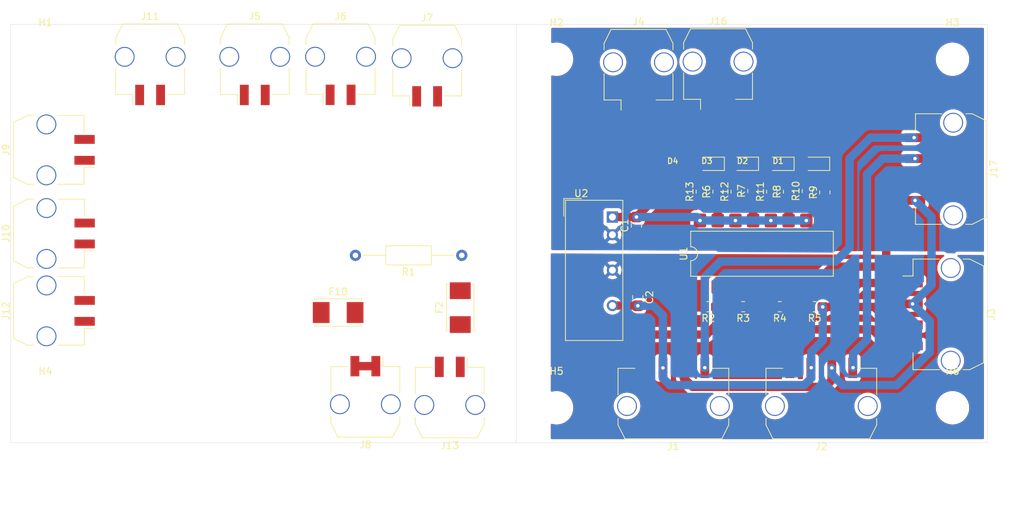
<source format=kicad_pcb>
(kicad_pcb (version 20241229) (generator "pcbnew") (generator_version "9.0")
  (layers (0 "F.Cu" signal) (2 "B.Cu" signal) (13 "F.Paste" user) (15 "B.Paste" user) (5 "F.SilkS" user "F.Silkscreen") (7 "B.SilkS" user "B.Silkscreen") (1 "F.Mask" user) (3 "B.Mask" user) (25 "Edge.Cuts" user))
  (net 0 "")
  (net 1 "+12V")
  (net 2 "GND")
  (net 3 "Net-(R5-Pad2)")
  (net 4 "Net-(R3-Pad2)")
  (net 5 "Net-(R2-Pad2)")
  (net 6 "/low_out")
  (net 7 "/pre_out")
  (net 8 "PRE-")
  (net 9 "Net-(R4-Pad2)")
  (net 10 "/high_out")
  (net 11 "GNDA")
  (net 12 "+12VA")
  (net 13 "/sdc_out")
  (net 14 "Net-(D1-A)")
  (net 15 "Net-(D2-A)")
  (net 16 "Net-(D3-A)")
  (net 17 "Net-(D4-A)")
  (net 18 "/precharge")
  (net 19 "Net-(F2-Pad2)")
  (net 20 "/fused_TS+")
  (net 21 "TS+")
  (net 22 "AIR_H-")
  (net 23 "/high_aux")
  (net 24 "SDC+")
  (net 25 "/low_aux")
  (net 26 "/pre_aux")
  (net 27 "TS-")
  (net 28 "AIR_L-")
  (footprint "RMC_Resistor:R_0805_2012Metric_Pad1.20x1.40mm_HandSolder_L" (layer "F.Cu") (at 180 110.5 180)
    (property "Reference" "R2" (at 0 -1.65 0) (layer "F.SilkS"))
    (property "Value" "1k")
    (pad "1" smd roundrect (at -1.1525 -0.0325 180) (size 1.505 1.335) (layers "F.Cu" "F.Mask" "F.Paste") (roundrect_rratio 0.208333) (net 23 "/high_aux"))
    (pad "2" smd roundrect (at 1.1525 -0.0325 180) (size 1.505 1.335) (layers "F.Cu" "F.Mask" "F.Paste") (roundrect_rratio 0.208333) (net 5 "Net-(R2-Pad2)"))
  )
  (footprint "Connector_Molex:Molex_Micro-Fit_3.0_43650-0210_1x02-1MP_P3.00mm_Horizontal_PnP" (layer "F.Cu") (at 142.95 124.25 180)
    (property "Reference" "J13" (at 0 -6.15 0) (layer "F.SilkS"))
    (property "Value" "AIR+")
    (pad "1" smd rect (at -1.5 5.12 180) (size 1.27 2.92) (layers "F.Cu" "F.Mask" "F.Paste") (net 18 "/precharge"))
    (pad "2" smd rect (at 1.5 5.12 180) (size 1.27 2.92) (layers "F.Cu" "F.Mask" "F.Paste") (net 18 "/precharge"))
    (pad "MP" thru_hole circle (at -3.65 -0.35 180) (size 2.84 2.84) (drill 2.54) (property pad_prop_heatsink) (layers "*.Cu" "*.Mask"))
    (pad "MP" thru_hole circle (at 3.65 -0.35 180) (size 2.84 2.84) (drill 2.54) (property pad_prop_heatsink) (layers "*.Cu" "*.Mask"))
  )
  (footprint "Fuse:Fuseholder_Littelfuse_Nano2_157x" (layer "F.Cu") (at 126.95 111.335)
    (property "Reference" "F10" (at 0 -3 0) (layer "F.SilkS"))
    (property "Value" "Fuse")
    (pad "1" smd rect (at -2.43 0) (size 2.4 3) (layers "F.Cu" "F.Mask" "F.Paste") (net 20 "/fused_TS+"))
    (pad "2" smd rect (at 2.43 0) (size 2.4 3) (layers "F.Cu" "F.Mask" "F.Paste") (net 21 "TS+"))
  )
  (footprint "Connector_Molex:Molex_Micro-Fit_3.0_43650-0210_1x02-1MP_P3.00mm_Horizontal_PnP" (layer "F.Cu") (at 115 75)
    (property "Reference" "J5" (at 0 -6.15 0) (layer "F.SilkS"))
    (property "Value" "IMD+")
    (pad "1" smd rect (at -1.5 5.12) (size 1.27 2.92) (layers "F.Cu" "F.Mask" "F.Paste") (net 20 "/fused_TS+"))
    (pad "2" smd rect (at 1.5 5.12) (size 1.27 2.92) (layers "F.Cu" "F.Mask" "F.Paste") (net 20 "/fused_TS+"))
    (pad "MP" thru_hole circle (at -3.65 -0.35) (size 2.84 2.84) (drill 2.54) (property pad_prop_heatsink) (layers "*.Cu" "*.Mask"))
    (pad "MP" thru_hole circle (at 3.65 -0.35) (size 2.84 2.84) (drill 2.54) (property pad_prop_heatsink) (layers "*.Cu" "*.Mask"))
  )
  (footprint "Connector_Molex:Molex_Micro-Fit_3.0_43650-0210_1x02-1MP_P3.00mm_Horizontal_PnP" (layer "F.Cu") (at 170 75.785)
    (property "Reference" "J4" (at 0 -6.15 0) (layer "F.SilkS"))
    (property "Value" "Conn_01x02")
    (pad "1" smd rect (at -1.5 5.12) (size 1.27 2.92) (layers "F.Cu" "F.Mask" "F.Paste") (net 2 "GND"))
    (pad "2" smd rect (at 1.5 5.12) (size 1.27 2.92) (layers "F.Cu" "F.Mask" "F.Paste") (net 1 "+12V"))
    (pad "MP" thru_hole circle (at -3.65 -0.35) (size 2.84 2.84) (drill 2.54) (property pad_prop_heatsink) (layers "*.Cu" "*.Mask"))
    (pad "MP" thru_hole circle (at 3.65 -0.35) (size 2.84 2.84) (drill 2.54) (property pad_prop_heatsink) (layers "*.Cu" "*.Mask"))
  )
  (footprint "RMC_LED:LED_0805_2012Metric_Pad1.45x1.40mm_HandSolder" (layer "F.Cu") (at 185.1 90 180)
    (property "Reference" "D3" (at 5.3 0.403201 0) (layer "F.SilkS") (effects (font (size 0.8 0.8))))
    (property "Value" "LED")
    (pad "1" smd roundrect (at -1.175 0 180) (size 1.45 1.4) (layers "F.Cu" "F.Mask" "F.Paste") (roundrect_rratio 0.2173913043) (net 2 "GND"))
    (pad "2" smd roundrect (at 1.175 0 180) (size 1.45 1.4) (layers "F.Cu" "F.Mask" "F.Paste") (roundrect_rratio 0.2173913043) (net 16 "Net-(D3-A)"))
  )
  (footprint "MountingHole:MountingHole_4.3mm_M4" (layer "F.Cu") (at 215 75)
    (property "Reference" "H3" (at 0 -5.25 0) (layer "F.SilkS"))
    (property "Value" "MountingHole")
    (pad "" np_thru_hole circle (at 0 0) (size 4.3 4.3) (drill 4.3) (layers "*.Cu" "*.Mask"))
  )
  (footprint "RMC_Resistor:R_0805_2012Metric_Pad1.20x1.40mm_HandSolder_L" (layer "F.Cu") (at 191.5 94 90)
    (property "Reference" "R8" (at 0 -1.65 90) (layer "F.SilkS"))
    (property "Value" "4k7")
    (pad "1" smd roundrect (at -1.1525 -0.0325 90) (size 1.505 1.335) (layers "F.Cu" "F.Mask" "F.Paste") (roundrect_rratio 0.208333) (net 7 "/pre_out"))
    (pad "2" smd roundrect (at 1.1525 -0.0325 90) (size 1.505 1.335) (layers "F.Cu" "F.Mask" "F.Paste") (roundrect_rratio 0.208333) (net 2 "GND"))
  )
  (footprint "Resistor_THT:R_Axial_DIN0207_L6.3mm_D2.5mm_P15.24mm_Horizontal" (layer "F.Cu") (at 144.67 103.135 180)
    (property "Reference" "R1" (at 7.62 -2.37 0) (layer "F.SilkS"))
    (property "Value" "3K9")
    (pad "1" thru_hole circle (at 0 0 180) (size 1.6 1.6) (drill 0.8) (layers "*.Cu" "*.Mask") (net 19 "Net-(F2-Pad2)"))
    (pad "2" thru_hole oval (at 15.24 0 180) (size 1.6 1.6) (drill 0.8) (layers "*.Cu" "*.Mask") (net 21 "TS+"))
  )
  (footprint "Connector_Molex:Molex_Micro-Fit_3.0_43650-0410_1x04-1MP_P3.00mm_Horizontal_PnP" (layer "F.Cu") (at 214.75 90.75 -90)
    (property "Reference" "J17" (at 0 -6.15 90) (layer "F.SilkS"))
    (property "Value" "AMS")
    (pad "1" smd rect (at -4.5 5.12 270) (size 1.27 2.92) (layers "F.Cu" "F.Mask" "F.Paste") (net 22 "AIR_H-"))
    (pad "2" smd rect (at -1.5 5.12 270) (size 1.27 2.92) (layers "F.Cu" "F.Mask" "F.Paste") (net 28 "AIR_L-"))
    (pad "3" smd rect (at 1.5 5.12 270) (size 1.27 2.92) (layers "F.Cu" "F.Mask" "F.Paste") (net 8 "PRE-"))
    (pad "4" smd rect (at 4.5 5.12 270) (size 1.27 2.92) (layers "F.Cu" "F.Mask" "F.Paste") (net 24 "SDC+"))
    (pad "MP" thru_hole circle (at -6.65 -0.35 270) (size 2.84 2.84) (drill 2.54) (property pad_prop_heatsink) (layers "*.Cu" "*.Mask"))
    (pad "MP" thru_hole circle (at 6.65 -0.35 270) (size 2.84 2.84) (drill 2.54) (property pad_prop_heatsink) (layers "*.Cu" "*.Mask"))
  )
  (footprint "RMC_Resistor:R_0805_2012Metric_Pad1.20x1.40mm_HandSolder_L" (layer "F.Cu") (at 179 94 90)
    (property "Reference" "R13" (at 0 -1.65 90) (layer "F.SilkS"))
    (property "Value" "1k")
    (pad "1" smd roundrect (at -1.1525 -0.0325 90) (size 1.505 1.335) (layers "F.Cu" "F.Mask" "F.Paste") (roundrect_rratio 0.208333) (net 10 "/high_out"))
    (pad "2" smd roundrect (at 1.1525 -0.0325 90) (size 1.505 1.335) (layers "F.Cu" "F.Mask" "F.Paste") (roundrect_rratio 0.208333) (net 17 "Net-(D4-A)"))
  )
  (footprint "Connector_Molex:Molex_Micro-Fit_3.0_43650-0410_1x04-1MP_P3.00mm_Horizontal_PnP" (layer "F.Cu") (at 214.4 111.6 -90)
    (property "Reference" "J3" (at 0 -6.15 90) (layer "F.SilkS"))
    (property "Value" "Relay connector")
    (pad "1" smd rect (at -4.5 5.12 270) (size 1.27 2.92) (layers "F.Cu" "F.Mask" "F.Paste") (net 8 "PRE-"))
    (pad "2" smd rect (at -1.5 5.12 270) (size 1.27 2.92) (layers "F.Cu" "F.Mask" "F.Paste") (net 24 "SDC+"))
    (pad "3" smd rect (at 1.5 5.12 270) (size 1.27 2.92) (layers "F.Cu" "F.Mask" "F.Paste") (net 12 "+12VA"))
    (pad "4" smd rect (at 4.5 5.12 270) (size 1.27 2.92) (layers "F.Cu" "F.Mask" "F.Paste") (net 26 "/pre_aux"))
    (pad "MP" thru_hole circle (at -6.65 -0.35 270) (size 2.84 2.84) (drill 2.54) (property pad_prop_heatsink) (layers "*.Cu" "*.Mask"))
    (pad "MP" thru_hole circle (at 6.65 -0.35 270) (size 2.84 2.84) (drill 2.54) (property pad_prop_heatsink) (layers "*.Cu" "*.Mask"))
  )
  (footprint "RMC_Resistor:R_0805_2012Metric_Pad1.20x1.40mm_HandSolder_L" (layer "F.Cu") (at 196.7 94.1 90)
    (property "Reference" "R9" (at 0 -1.65 90) (layer "F.SilkS"))
    (property "Value" "4k7")
    (pad "1" smd roundrect (at -1.1525 -0.0325 90) (size 1.505 1.335) (layers "F.Cu" "F.Mask" "F.Paste") (roundrect_rratio 0.208333) (net 13 "/sdc_out"))
    (pad "2" smd roundrect (at 1.1525 -0.0325 90) (size 1.505 1.335) (layers "F.Cu" "F.Mask" "F.Paste") (roundrect_rratio 0.208333) (net 2 "GND"))
  )
  (footprint "Connector_Molex:Molex_Micro-Fit_3.0_43650-0210_1x02-1MP_P3.00mm_Horizontal_PnP" (layer "F.Cu") (at 85.485 88 90)
    (property "Reference" "J9" (at 0 -6.15 90) (layer "F.SilkS"))
    (property "Value" "TSAL_green-")
    (pad "1" smd rect (at -1.5 5.12 90) (size 1.27 2.92) (layers "F.Cu" "F.Mask" "F.Paste") (net 27 "TS-"))
    (pad "2" smd rect (at 1.5 5.12 90) (size 1.27 2.92) (layers "F.Cu" "F.Mask" "F.Paste") (net 27 "TS-"))
    (pad "MP" thru_hole circle (at -3.65 -0.35 90) (size 2.84 2.84) (drill 2.54) (property pad_prop_heatsink) (layers "*.Cu" "*.Mask"))
    (pad "MP" thru_hole circle (at 3.65 -0.35 90) (size 2.84 2.84) (drill 2.54) (property pad_prop_heatsink) (layers "*.Cu" "*.Mask"))
  )
  (footprint "RMC_LED:LED_0805_2012Metric_Pad1.45x1.40mm_HandSolder" (layer "F.Cu") (at 190.2 90 180)
    (property "Reference" "D2" (at 5.3 0.403201 0) (layer "F.SilkS") (effects (font (size 0.8 0.8))))
    (property "Value" "LED")
    (pad "1" smd roundrect (at -1.175 0 180) (size 1.45 1.4) (layers "F.Cu" "F.Mask" "F.Paste") (roundrect_rratio 0.2173913043) (net 2 "GND"))
    (pad "2" smd roundrect (at 1.175 0 180) (size 1.45 1.4) (layers "F.Cu" "F.Mask" "F.Paste") (roundrect_rratio 0.2173913043) (net 15 "Net-(D2-A)"))
  )
  (footprint "RMC_LED:LED_0805_2012Metric_Pad1.45x1.40mm_HandSolder" (layer "F.Cu") (at 180.2 90 180)
    (property "Reference" "D4" (at 5.3 0.403201 0) (layer "F.SilkS") (effects (font (size 0.8 0.8))))
    (property "Value" "LED")
    (pad "1" smd roundrect (at -1.175 0 180) (size 1.45 1.4) (layers "F.Cu" "F.Mask" "F.Paste") (roundrect_rratio 0.2173913043) (net 2 "GND"))
    (pad "2" smd roundrect (at 1.175 0 180) (size 1.45 1.4) (layers "F.Cu" "F.Mask" "F.Paste") (roundrect_rratio 0.2173913043) (net 17 "Net-(D4-A)"))
  )
  (footprint "RMC_Resistor:R_0805_2012Metric_Pad1.20x1.40mm_HandSolder_L" (layer "F.Cu") (at 185 110.5 180)
    (property "Reference" "R3" (at 0 -1.65 0) (layer "F.SilkS"))
    (property "Value" "1k")
    (pad "1" smd roundrect (at -1.1525 -0.0325 180) (size 1.505 1.335) (layers "F.Cu" "F.Mask" "F.Paste") (roundrect_rratio 0.208333) (net 25 "/low_aux"))
    (pad "2" smd roundrect (at 1.1525 -0.0325 180) (size 1.505 1.335) (layers "F.Cu" "F.Mask" "F.Paste") (roundrect_rratio 0.208333) (net 4 "Net-(R3-Pad2)"))
  )
  (footprint "MountingHole:MountingHole_4.3mm_M4" (layer "F.Cu") (at 85 75)
    (property "Reference" "H1" (at 0 -5.25 0) (layer "F.SilkS"))
    (property "Value" "MountingHole")
    (pad "" np_thru_hole circle (at 0 0) (size 4.3 4.3) (drill 4.3) (layers "*.Cu" "*.Mask"))
  )
  (footprint "Package_DIP:SMDIP-16_W9.53mm" (layer "F.Cu") (at 187.7 102.9 90)
    (property "Reference" "U1" (at 0 -11.22 90) (layer "F.SilkS"))
    (property "Value" "LTV-847S")
    (pad "1" smd roundrect (at -4.765 -8.89 90) (size 2 1.78) (layers "F.Cu" "F.Mask" "F.Paste") (roundrect_rratio 0.140449) (net 5 "Net-(R2-Pad2)"))
    (pad "2" smd roundrect (at -4.765 -6.35 90) (size 2 1.78) (layers "F.Cu" "F.Mask" "F.Paste") (roundrect_rratio 0.140449) (net 11 "GNDA"))
    (pad "3" smd roundrect (at -4.765 -3.81 90) (size 2 1.78) (layers "F.Cu" "F.Mask" "F.Paste") (roundrect_rratio 0.140449) (net 4 "Net-(R3-Pad2)"))
    (pad "4" smd roundrect (at -4.765 -1.27 90) (size 2 1.78) (layers "F.Cu" "F.Mask" "F.Paste") (roundrect_rratio 0.140449) (net 11 "GNDA"))
    (pad "5" smd roundrect (at -4.765 1.27 90) (size 2 1.78) (layers "F.Cu" "F.Mask" "F.Paste") (roundrect_rratio 0.140449) (net 9 "Net-(R4-Pad2)"))
    (pad "6" smd roundrect (at -4.765 3.81 90) (size 2 1.78) (layers "F.Cu" "F.Mask" "F.Paste") (roundrect_rratio 0.140449) (net 11 "GNDA"))
    (pad "7" smd roundrect (at -4.765 6.35 90) (size 2 1.78) (layers "F.Cu" "F.Mask" "F.Paste") (roundrect_rratio 0.140449) (net 3 "Net-(R5-Pad2)"))
    (pad "8" smd roundrect (at -4.765 8.89 90) (size 2 1.78) (layers "F.Cu" "F.Mask" "F.Paste") (roundrect_rratio 0.140449) (net 8 "PRE-"))
    (pad "9" smd roundrect (at 4.765 8.89 90) (size 2 1.78) (layers "F.Cu" "F.Mask" "F.Paste") (roundrect_rratio 0.140449) (net 13 "/sdc_out"))
    (pad "10" smd roundrect (at 4.765 6.35 90) (size 2 1.78) (layers "F.Cu" "F.Mask" "F.Paste") (roundrect_rratio 0.140449) (net 1 "+12V"))
    (pad "11" smd roundrect (at 4.765 3.81 90) (size 2 1.78) (layers "F.Cu" "F.Mask" "F.Paste") (roundrect_rratio 0.140449) (net 7 "/pre_out"))
    (pad "12" smd roundrect (at 4.765 1.27 90) (size 2 1.78) (layers "F.Cu" "F.Mask" "F.Paste") (roundrect_rratio 0.140449) (net 1 "+12V"))
    (pad "13" smd roundrect (at 4.765 -1.27 90) (size 2 1.78) (layers "F.Cu" "F.Mask" "F.Paste") (roundrect_rratio 0.140449) (net 6 "/low_out"))
    (pad "14" smd roundrect (at 4.765 -3.81 90) (size 2 1.78) (layers "F.Cu" "F.Mask" "F.Paste") (roundrect_rratio 0.140449) (net 1 "+12V"))
    (pad "15" smd roundrect (at 4.765 -6.35 90) (size 2 1.78) (layers "F.Cu" "F.Mask" "F.Paste") (roundrect_rratio 0.140449) (net 10 "/high_out"))
    (pad "16" smd roundrect (at 4.765 -8.89 90) (size 2 1.78) (layers "F.Cu" "F.Mask" "F.Paste") (roundrect_rratio 0.140449) (net 1 "+12V"))
  )
  (footprint "RMC_Capacitor:C_0805_2012Metric_Pad1.18x1.45mm_HandSolder_L" (layer "F.Cu") (at 169.9 109.15 -90)
    (property "Reference" "C2" (at 0 -1.68 90) (layer "F.SilkS"))
    (property "Value" "1uF")
    (pad "1" smd roundrect (at -1.2156 -0.0069 270) (size 1.5312 1.4362) (layers "F.Cu" "F.Mask" "F.Paste") (roundrect_rratio 0.212766) (net 11 "GNDA"))
    (pad "2" smd roundrect (at 1.2156 0 270) (size 1.5312 1.45) (layers "F.Cu" "F.Mask" "F.Paste") (roundrect_rratio 0.212766) (net 12 "+12VA"))
  )
  (footprint "RMC_Resistor:R_0805_2012Metric_Pad1.20x1.40mm_HandSolder_L" (layer "F.Cu") (at 195.25 110.5 180)
    (property "Reference" "R5" (at 0 -1.65 0) (layer "F.SilkS"))
    (property "Value" "1k")
    (pad "1" smd roundrect (at -1.1525 -0.0325 180) (size 1.505 1.335) (layers "F.Cu" "F.Mask" "F.Paste") (roundrect_rratio 0.208333) (net 12 "+12VA"))
    (pad "2" smd roundrect (at 1.1525 -0.0325 180) (size 1.505 1.335) (layers "F.Cu" "F.Mask" "F.Paste") (roundrect_rratio 0.208333) (net 3 "Net-(R5-Pad2)"))
  )
  (footprint "RMC_LED:LED_0805_2012Metric_Pad1.45x1.40mm_HandSolder" (layer "F.Cu") (at 195.3 90 180)
    (property "Reference" "D1" (at 5.3 0.403201 0) (layer "F.SilkS") (effects (font (size 0.8 0.8))))
    (property "Value" "LED")
    (pad "1" smd roundrect (at -1.175 0 180) (size 1.45 1.4) (layers "F.Cu" "F.Mask" "F.Paste") (roundrect_rratio 0.2173913043) (net 2 "GND"))
    (pad "2" smd roundrect (at 1.175 0 180) (size 1.45 1.4) (layers "F.Cu" "F.Mask" "F.Paste") (roundrect_rratio 0.2173913043) (net 14 "Net-(D1-A)"))
  )
  (footprint "RMC_Resistor:R_0805_2012Metric_Pad1.20x1.40mm_HandSolder_L" (layer "F.Cu") (at 184 94 90)
    (property "Reference" "R12" (at 0 -1.65 90) (layer "F.SilkS"))
    (property "Value" "1k")
    (pad "1" smd roundrect (at -1.1525 -0.0325 90) (size 1.505 1.335) (layers "F.Cu" "F.Mask" "F.Paste") (roundrect_rratio 0.208333) (net 6 "/low_out"))
    (pad "2" smd roundrect (at 1.1525 -0.0325 90) (size 1.505 1.335) (layers "F.Cu" "F.Mask" "F.Paste") (roundrect_rratio 0.208333) (net 16 "Net-(D3-A)"))
  )
  (footprint "MountingHole:MountingHole_4.3mm_M4" (layer "F.Cu") (at 85 125)
    (property "Reference" "H4" (at 0 -5.25 0) (layer "F.SilkS"))
    (property "Value" "MountingHole")
    (pad "" np_thru_hole circle (at 0 0) (size 4.3 4.3) (drill 4.3) (layers "*.Cu" "*.Mask"))
  )
  (footprint "RMC_Resistor:R_0805_2012Metric_Pad1.20x1.40mm_HandSolder_L" (layer "F.Cu") (at 194.2 93.9 90)
    (property "Reference" "R10" (at 0 -1.65 90) (layer "F.SilkS"))
    (property "Value" "1k")
    (pad "1" smd roundrect (at -1.1525 -0.0325 90) (size 1.505 1.335) (layers "F.Cu" "F.Mask" "F.Paste") (roundrect_rratio 0.208333) (net 13 "/sdc_out"))
    (pad "2" smd roundrect (at 1.1525 -0.0325 90) (size 1.505 1.335) (layers "F.Cu" "F.Mask" "F.Paste") (roundrect_rratio 0.208333) (net 14 "Net-(D1-A)"))
  )
  (footprint "Connector_Molex:Molex_Micro-Fit_3.0_43650-0210_1x02-1MP_P3.00mm_Horizontal_PnP" (layer "F.Cu") (at 130.85 124.15 180)
    (property "Reference" "J8" (at 0 -6.15 0) (layer "F.SilkS"))
    (property "Value" "AIR+")
    (pad "1" smd rect (at -1.5 5.12 180) (size 1.27 2.92) (layers "F.Cu" "F.Mask" "F.Paste") (net 21 "TS+"))
    (pad "2" smd rect (at 1.5 5.12 180) (size 1.27 2.92) (layers "F.Cu" "F.Mask" "F.Paste") (net 21 "TS+"))
    (pad "MP" thru_hole circle (at -3.65 -0.35 180) (size 2.84 2.84) (drill 2.54) (property pad_prop_heatsink) (layers "*.Cu" "*.Mask"))
    (pad "MP" thru_hole circle (at 3.65 -0.35 180) (size 2.84 2.84) (drill 2.54) (property pad_prop_heatsink) (layers "*.Cu" "*.Mask"))
  )
  (footprint "Connector_Molex:Molex_Micro-Fit_3.0_43650-0210_1x02-1MP_P3.00mm_Horizontal_PnP" (layer "F.Cu") (at 181.4 75.685)
    (property "Reference" "J16" (at 0 -6.15 0) (layer "F.SilkS"))
    (property "Value" "DCDC")
    (pad "1" smd rect (at -1.5 5.12) (size 1.27 2.92) (layers "F.Cu" "F.Mask" "F.Paste") (net 2 "GND"))
    (pad "2" smd rect (at 1.5 5.12) (size 1.27 2.92) (layers "F.Cu" "F.Mask" "F.Paste") (net 7 "/pre_out"))
    (pad "MP" thru_hole circle (at -3.65 -0.35) (size 2.84 2.84) (drill 2.54) (property pad_prop_heatsink) (layers "*.Cu" "*.Mask"))
    (pad "MP" thru_hole circle (at 3.65 -0.35) (size 2.84 2.84) (drill 2.54) (property pad_prop_heatsink) (layers "*.Cu" "*.Mask"))
  )
  (footprint "MountingHole:MountingHole_4.3mm_M4" (layer "F.Cu") (at 158.25 75)
    (property "Reference" "H2" (at 0 -5.25 0) (layer "F.SilkS"))
    (property "Value" "MountingHole")
    (pad "" np_thru_hole circle (at 0 0) (size 4.3 4.3) (drill 4.3) (layers "*.Cu" "*.Mask"))
  )
  (footprint "Fuse:Fuseholder_Littelfuse_Nano2_157x" (layer "F.Cu") (at 144.45 110.635 90)
    (property "Reference" "F2" (at 0 -3 90) (layer "F.SilkS"))
    (property "Value" "Fuse")
    (pad "1" smd rect (at -2.43 0 90) (size 2.4 3) (layers "F.Cu" "F.Mask" "F.Paste") (net 18 "/precharge"))
    (pad "2" smd rect (at 2.43 0 90) (size 2.4 3) (layers "F.Cu" "F.Mask" "F.Paste") (net 19 "Net-(F2-Pad2)"))
  )
  (footprint "Connector_Molex:Molex_Micro-Fit_3.0_43650-0210_1x02-1MP_P3.00mm_Horizontal_PnP" (layer "F.Cu") (at 139.7 75.2)
    (property "Reference" "J7" (at 0 -6.15 0) (layer "F.SilkS"))
    (property "Value" "TSAL_green+")
    (pad "1" smd rect (at -1.5 5.12) (size 1.27 2.92) (layers "F.Cu" "F.Mask" "F.Paste") (net 20 "/fused_TS+"))
    (pad "2" smd rect (at 1.5 5.12) (size 1.27 2.92) (layers "F.Cu" "F.Mask" "F.Paste") (net 20 "/fused_TS+"))
    (pad "MP" thru_hole circle (at -3.65 -0.35) (size 2.84 2.84) (drill 2.54) (property pad_prop_heatsink) (layers "*.Cu" "*.Mask"))
    (pad "MP" thru_hole circle (at 3.65 -0.35) (size 2.84 2.84) (drill 2.54) (property pad_prop_heatsink) (layers "*.Cu" "*.Mask"))
  )
  (footprint "MountingHole:MountingHole_4.3mm_M4" (layer "F.Cu") (at 158.25 125)
    (property "Reference" "H5" (at 0 -5.25 0) (layer "F.SilkS"))
    (property "Value" "MountingHole")
    (pad "" np_thru_hole circle (at 0 0) (size 4.3 4.3) (drill 4.3) (layers "*.Cu" "*.Mask"))
  )
  (footprint "Connector_Molex:Molex_Micro-Fit_3.0_43650-0210_1x02-1MP_P3.00mm_Horizontal_PnP" (layer "F.Cu") (at 85.5 100 90)
    (property "Reference" "J10" (at 0 -6.15 90) (layer "F.SilkS"))
    (property "Value" "Voltmeter-")
    (pad "1" smd rect (at -1.5 5.12 90) (size 1.27 2.92) (layers "F.Cu" "F.Mask" "F.Paste") (net 27 "TS-"))
    (pad "2" smd rect (at 1.5 5.12 90) (size 1.27 2.92) (layers "F.Cu" "F.Mask" "F.Paste") (net 27 "TS-"))
    (pad "MP" thru_hole circle (at -3.65 -0.35 90) (size 2.84 2.84) (drill 2.54) (property pad_prop_heatsink) (layers "*.Cu" "*.Mask"))
    (pad "MP" thru_hole circle (at 3.65 -0.35 90) (size 2.84 2.84) (drill 2.54) (property pad_prop_heatsink) (layers "*.Cu" "*.Mask"))
  )
  (footprint "Connector_Molex:Molex_Micro-Fit_3.0_43650-0210_1x02-1MP_P3.00mm_Horizontal_PnP" (layer "F.Cu") (at 85.5 111.1 90)
    (property "Reference" "J12" (at 0 -6.15 90) (layer "F.SilkS"))
    (property "Value" "AIR-")
    (pad "1" smd rect (at -1.5 5.12 90) (size 1.27 2.92) (layers "F.Cu" "F.Mask" "F.Paste") (net 27 "TS-"))
    (pad "2" smd rect (at 1.5 5.12 90) (size 1.27 2.92) (layers "F.Cu" "F.Mask" "F.Paste") (net 27 "TS-"))
    (pad "MP" thru_hole circle (at -3.65 -0.35 90) (size 2.84 2.84) (drill 2.54) (property pad_prop_heatsink) (layers "*.Cu" "*.Mask"))
    (pad "MP" thru_hole circle (at 3.65 -0.35 90) (size 2.84 2.84) (drill 2.54) (property pad_prop_heatsink) (layers "*.Cu" "*.Mask"))
  )
  (footprint "RMC_Capacitor:C_0805_2012Metric_Pad1.18x1.45mm_HandSolder_L" (layer "F.Cu") (at 169.7 98.85 90)
    (property "Reference" "C1" (at 0 -1.68 90) (layer "F.SilkS"))
    (property "Value" "2.2uF" (hide yes))
    (pad "1" smd roundrect (at -1.2156 -0.0069 90) (size 1.5312 1.4362) (layers "F.Cu" "F.Mask" "F.Paste") (roundrect_rratio 0.212766) (net 2 "GND"))
    (pad "2" smd roundrect (at 1.2156 0 90) (size 1.5312 1.45) (layers "F.Cu" "F.Mask" "F.Paste") (roundrect_rratio 0.212766) (net 1 "+12V"))
  )
  (footprint "RMC_Resistor:R_0805_2012Metric_Pad1.20x1.40mm_HandSolder_L" (layer "F.Cu") (at 181.4 94 90)
    (property "Reference" "R6" (at 0 -1.65 90) (layer "F.SilkS"))
    (property "Value" "4k7")
    (pad "1" smd roundrect (at -1.1525 -0.0325 90) (size 1.505 1.335) (layers "F.Cu" "F.Mask" "F.Paste") (roundrect_rratio 0.208333) (net 10 "/high_out"))
    (pad "2" smd roundrect (at 1.1525 -0.0325 90) (size 1.505 1.335) (layers "F.Cu" "F.Mask" "F.Paste") (roundrect_rratio 0.208333) (net 2 "GND"))
  )
  (footprint "Connector_Molex:Molex_Micro-Fit_3.0_43650-0210_1x02-1MP_P3.00mm_Horizontal_PnP" (layer "F.Cu") (at 127.3 74.985)
    (property "Reference" "J6" (at 0 -6.15 0) (layer "F.SilkS"))
    (property "Value" "Voltmeter+")
    (pad "1" smd rect (at -1.5 5.12) (size 1.27 2.92) (layers "F.Cu" "F.Mask" "F.Paste") (net 20 "/fused_TS+"))
    (pad "2" smd rect (at 1.5 5.12) (size 1.27 2.92) (layers "F.Cu" "F.Mask" "F.Paste") (net 20 "/fused_TS+"))
    (pad "MP" thru_hole circle (at -3.65 -0.35) (size 2.84 2.84) (drill 2.54) (property pad_prop_heatsink) (layers "*.Cu" "*.Mask"))
    (pad "MP" thru_hole circle (at 3.65 -0.35) (size 2.84 2.84) (drill 2.54) (property pad_prop_heatsink) (layers "*.Cu" "*.Mask"))
  )
  (footprint "Connector_Molex:Molex_Micro-Fit_3.0_43650-0410_1x04-1MP_P3.00mm_Horizontal_PnP" (layer "F.Cu") (at 196.2 124.4 180)
    (property "Reference" "J2" (at 0 -6.15 0) (layer "F.SilkS"))
    (property "Value" "Relay connector")
    (pad "1" smd rect (at -4.5 5.12 180) (size 1.27 2.92) (layers "F.Cu" "F.Mask" "F.Paste") (net 28 "AIR_L-"))
    (pad "2" smd rect (at -1.5 5.12 180) (size 1.27 2.92) (layers "F.Cu" "F.Mask" "F.Paste") (net 24 "SDC+"))
    (pad "3" smd rect (at 1.5 5.12 180) (size 1.27 2.92) (layers "F.Cu" "F.Mask" "F.Paste") (net 12 "+12VA"))
    (pad "4" smd rect (at 4.5 5.12 180) (size 1.27 2.92) (layers "F.Cu" "F.Mask" "F.Paste") (net 25 "/low_aux"))
    (pad "MP" thru_hole circle (at -6.65 -0.35 180) (size 2.84 2.84) (drill 2.54) (property pad_prop_heatsink) (layers "*.Cu" "*.Mask"))
    (pad "MP" thru_hole circle (at 6.65 -0.35 180) (size 2.84 2.84) (drill 2.54) (property pad_prop_heatsink) (layers "*.Cu" "*.Mask"))
  )
  (footprint "MountingHole:MountingHole_4.3mm_M4" (layer "F.Cu") (at 215 125)
    (property "Reference" "H6" (at 0 -5.25 0) (layer "F.SilkS"))
    (property "Value" "MountingHole")
    (pad "" np_thru_hole circle (at 0 0) (size 4.3 4.3) (drill 4.3) (layers "*.Cu" "*.Mask"))
  )
  (footprint "RMC_Resistor:R_0805_2012Metric_Pad1.20x1.40mm_HandSolder_L" (layer "F.Cu") (at 189.1 94 90)
    (property "Reference" "R11" (at 0 -1.65 90) (layer "F.SilkS"))
    (property "Value" "1k")
    (pad "1" smd roundrect (at -1.1525 -0.0325 90) (size 1.505 1.335) (layers "F.Cu" "F.Mask" "F.Paste") (roundrect_rratio 0.208333) (net 7 "/pre_out"))
    (pad "2" smd roundrect (at 1.1525 -0.0325 90) (size 1.505 1.335) (layers "F.Cu" "F.Mask" "F.Paste") (roundrect_rratio 0.208333) (net 15 "Net-(D2-A)"))
  )
  (footprint "Converter_DCDC:Converter_DCDC_TRACO_TRA3-xxxx_THT" (layer "F.Cu") (at 166.2575 97.6375)
    (property "Reference" "U2" (at -4.47 -3.39 0) (layer "F.SilkS"))
    (property "Value" "TRA3-1212")
    (pad "1" thru_hole rect (at 0 0) (size 1.6 1.6) (drill 1) (layers "*.Cu" "*.Mask") (net 1 "+12V"))
    (pad "2" thru_hole circle (at 0 2.54) (size 1.6 1.6) (drill 1) (layers "*.Cu" "*.Mask") (net 2 "GND"))
    (pad "4" thru_hole circle (at 0 7.62) (size 1.6 1.6) (drill 1) (layers "*.Cu" "*.Mask") (net 11 "GNDA"))
    (pad "6" thru_hole circle (at 0 12.7) (size 1.6 1.6) (drill 1) (layers "*.Cu" "*.Mask") (net 12 "+12VA"))
  )
  (footprint "Connector_Molex:Molex_Micro-Fit_3.0_43650-0210_1x02-1MP_P3.00mm_Horizontal_PnP" (layer "F.Cu") (at 100 75)
    (property "Reference" "J11" (at 0 -6.15 0) (layer "F.SilkS"))
    (property "Value" "IMD-")
    (pad "1" smd rect (at -1.5 5.12) (size 1.27 2.92) (layers "F.Cu" "F.Mask" "F.Paste") (net 27 "TS-"))
    (pad "2" smd rect (at 1.5 5.12) (size 1.27 2.92) (layers "F.Cu" "F.Mask" "F.Paste") (net 27 "TS-"))
    (pad "MP" thru_hole circle (at -3.65 -0.35) (size 2.84 2.84) (drill 2.54) (property pad_prop_heatsink) (layers "*.Cu" "*.Mask"))
    (pad "MP" thru_hole circle (at 3.65 -0.35) (size 2.84 2.84) (drill 2.54) (property pad_prop_heatsink) (layers "*.Cu" "*.Mask"))
  )
  (footprint "Connector_Molex:Molex_Micro-Fit_3.0_43650-0410_1x04-1MP_P3.00mm_Horizontal_PnP" (layer "F.Cu") (at 175 124.4 180)
    (property "Reference" "J1" (at 0 -6.15 0) (layer "F.SilkS"))
    (property "Value" "Relay connector")
    (pad "1" smd rect (at -4.5 5.12 180) (size 1.27 2.92) (layers "F.Cu" "F.Mask" "F.Paste") (net 22 "AIR_H-"))
    (pad "2" smd rect (at -1.5 5.12 180) (size 1.27 2.92) (layers "F.Cu" "F.Mask" "F.Paste") (net 24 "SDC+"))
    (pad "3" smd rect (at 1.5 5.12 180) (size 1.27 2.92) (layers "F.Cu" "F.Mask" "F.Paste") (net 12 "+12VA"))
    (pad "4" smd rect (at 4.5 5.12 180) (size 1.27 2.92) (layers "F.Cu" "F.Mask" "F.Paste") (net 23 "/high_aux"))
    (pad "MP" thru_hole circle (at -6.65 -0.35 180) (size 2.84 2.84) (drill 2.54) (property pad_prop_heatsink) (layers "*.Cu" "*.Mask"))
    (pad "MP" thru_hole circle (at 6.65 -0.35 180) (size 2.84 2.84) (drill 2.54) (property pad_prop_heatsink) (layers "*.Cu" "*.Mask"))
  )
  (footprint "RMC_Resistor:R_0805_2012Metric_Pad1.20x1.40mm_HandSolder_L" (layer "F.Cu") (at 190.25 110.5 180)
    (property "Reference" "R4" (at 0 -1.65 0) (layer "F.SilkS"))
    (property "Value" "1k")
    (pad "1" smd roundrect (at -1.1525 -0.0325 180) (size 1.505 1.335) (layers "F.Cu" "F.Mask" "F.Paste") (roundrect_rratio 0.208333) (net 26 "/pre_aux"))
    (pad "2" smd roundrect (at 1.1525 -0.0325 180) (size 1.505 1.335) (layers "F.Cu" "F.Mask" "F.Paste") (roundrect_rratio 0.208333) (net 9 "Net-(R4-Pad2)"))
  )
  (footprint "RMC_Resistor:R_0805_2012Metric_Pad1.20x1.40mm_HandSolder_L" (layer "F.Cu") (at 186.4 93.9 90)
    (property "Reference" "R7" (at 0 -1.65 90) (layer "F.SilkS"))
    (property "Value" "4k7")
    (pad "1" smd roundrect (at -1.1525 -0.0325 90) (size 1.505 1.335) (layers "F.Cu" "F.Mask" "F.Paste") (roundrect_rratio 0.208333) (net 6 "/low_out"))
    (pad "2" smd roundrect (at 1.1525 -0.0325 90) (size 1.505 1.335) (layers "F.Cu" "F.Mask" "F.Paste") (roundrect_rratio 0.208333) (net 2 "GND"))
  )
  (gr_rect (start 80 70) (end 220 130) (stroke (width 0.05)) (fill no) (layer "Edge.Cuts"))
  (gr_line (start 152.5 70) (end 152.5 130) (stroke (width 0.05)) (layer "Edge.Cuts"))
  (segment (start 166.2575 97.6375) (end 169.6969 97.6375) (width 1.2) (layer "F.Cu") (net 1))
  (segment (start 171.5 80.905) (end 171.5 95.8344) (width 1.2) (layer "F.Cu") (net 1))
  (segment (start 171.5 95.8344) (end 169.7 97.6344) (width 1.2) (layer "F.Cu") (net 1))
  (segment (start 169.6969 97.6375) (end 169.7 97.6344) (width 1.2) (layer "F.Cu") (net 1))
  (via (at 183.89 98.135) (size 1) (drill 0.5) (layers "F.Cu" "B.Cu") (net 1))
  (via (at 194.05 98.135) (size 1) (drill 0.5) (layers "F.Cu" "B.Cu") (net 1))
  (via (at 169.7 97.6344) (size 1) (drill 0.5) (layers "F.Cu" "B.Cu") (net 1))
  (via (at 178.81 98.135) (size 1) (drill 0.5) (layers "F.Cu" "B.Cu") (net 1))
  (via (at 188.97 98.135) (size 1) (drill 0.5) (layers "F.Cu" "B.Cu") (net 1))
  (segment (start 178.3094 97.6344) (end 178.81 98.135) (width 1.2) (layer "B.Cu") (net 1))
  (segment (start 178.81 98.135) (end 183.89 98.135) (width 1.2) (layer "B.Cu") (net 1))
  (segment (start 188.97 98.135) (end 194.05 98.135) (width 1.2) (layer "B.Cu") (net 1))
  (segment (start 169.7 97.6344) (end 178.3094 97.6344) (width 1.2) (layer "B.Cu") (net 1))
  (segment (start 183.89 98.135) (end 188.97 98.135) (width 1.2) (layer "B.Cu") (net 1))
  (segment (start 194.05 107.665) (end 194.05 110.485) (width 1.2) (layer "F.Cu") (net 3))
  (segment (start 194.05 110.485) (end 194.0975 110.5325) (width 1.2) (layer "F.Cu") (net 3))
  (segment (start 183.89 107.665) (end 183.89 110.49) (width 1.2) (layer "F.Cu") (net 4))
  (segment (start 183.89 110.49) (end 183.8475 110.5325) (width 1.2) (layer "F.Cu") (net 4))
  (segment (start 178.8475 110.5325) (end 178.8475 107.7025) (width 1.2) (layer "F.Cu") (net 5))
  (segment (start 178.8475 107.7025) (end 178.81 107.665) (width 1.2) (layer "F.Cu") (net 5))
  (segment (start 186.43 95.115) (end 186.3675 95.0525) (width 1.2) (layer "F.Cu") (net 6))
  (segment (start 186.43 98.135) (end 186.43 95.115) (width 1.2) (layer "F.Cu") (net 6))
  (segment (start 183.9675 95.1525) (end 186.2675 95.1525) (width 1.2) (layer "F.Cu") (net 6))
  (segment (start 186.2675 95.1525) (end 186.3675 95.0525) (width 1.2) (layer "F.Cu") (net 6))
  (segment (start 191.4675 95.1525) (end 189.0675 95.1525) (width 1.2) (layer "F.Cu") (net 7))
  (segment (start 182.9 80.805) (end 182.9 84.15) (width 0.5) (layer "F.Cu") (net 7))
  (segment (start 191.51 98.135) (end 191.51 95.195) (width 1.2) (layer "F.Cu") (net 7))
  (segment (start 183.5 84.75) (end 187 84.75) (width 0.5) (layer "F.Cu") (net 7))
  (segment (start 187 84.75) (end 187.75 85.5) (width 0.5) (layer "F.Cu") (net 7))
  (segment (start 187.75 85.5) (end 187.75 93.835) (width 0.5) (layer "F.Cu") (net 7))
  (segment (start 187.75 93.835) (end 189.0675 95.1525) (width 0.5) (layer "F.Cu") (net 7))
  (segment (start 191.51 95.195) (end 191.4675 95.1525) (width 1.2) (layer "F.Cu") (net 7))
  (segment (start 182.9 84.15) (end 183.5 84.75) (width 0.5) (layer "F.Cu") (net 7))
  (segment (start 201.65 107.1) (end 209.28 107.1) (width 1.2) (layer "F.Cu") (net 8))
  (segment (start 205.5 93.5) (end 205.5 104) (width 1.2) (layer "F.Cu") (net 8))
  (segment (start 206.75 92.25) (end 205.5 93.5) (width 1.2) (layer "F.Cu") (net 8))
  (segment (start 204.75 104.75) (end 197.75 104.75) (width 1.2) (layer "F.Cu") (net 8))
  (segment (start 197.75 104.75) (end 196.59 105.91) (width 1.2) (layer "F.Cu") (net 8))
  (segment (start 201.085 107.665) (end 201.65 107.1) (width 1.2) (layer "F.Cu") (net 8))
  (segment (start 196.59 105.91) (end 196.59 107.665) (width 1.2) (layer "F.Cu") (net 8))
  (segment (start 205.5 104) (end 204.75 104.75) (width 1.2) (layer "F.Cu") (net 8))
  (segment (start 196.59 107.665) (end 201.085 107.665) (width 1.2) (layer "F.Cu") (net 8))
  (segment (start 209.63 92.25) (end 206.75 92.25) (width 1.2) (layer "F.Cu") (net 8))
  (segment (start 189.0975 107.7925) (end 188.97 107.665) (width 1.2) (layer "F.Cu") (net 9))
  (segment (start 189.0975 110.5325) (end 189.0975 107.7925) (width 1.2) (layer "F.Cu") (net 9))
  (segment (start 181.3675 95.1525) (end 178.9675 95.1525) (width 1.2) (layer "F.Cu") (net 10))
  (segment (start 181.35 95.17) (end 181.3675 95.1525) (width 1.2) (layer "F.Cu") (net 10))
  (segment (start 181.35 98.135) (end 181.35 95.17) (width 1.2) (layer "F.Cu") (net 10))
  (segment (start 196.67 110.8) (end 196.4025 110.5325) (width 1.2) (layer "F.Cu") (net 12))
  (segment (start 166.2575 110.3375) (end 169.8719 110.3375) (width 1.2) (layer "F.Cu") (net 12))
  (segment (start 206.35 113.1) (end 203.7825 110.5325) (width 1.2) (layer "F.Cu") (net 12))
  (segment (start 169.8719 110.3375) (end 169.9 110.3656) (width 1.2) (layer "F.Cu") (net 12))
  (segment (start 209.28 113.1) (end 206.35 113.1) (width 1.2) (layer "F.Cu") (net 12))
  (segment (start 203.7825 110.5325) (end 196.4025 110.5325) (width 1.2) (layer "F.Cu") (net 12))
  (segment (start 194.72 119.28) (end 194.75 119.25) (width 1.2) (layer "F.Cu") (net 12))
  (segment (start 194.7 119.28) (end 194.72 119.28) (width 1.2) (layer "F.Cu") (net 12))
  (via (at 173.5 119.28) (size 1) (drill 0.5) (layers "F.Cu" "B.Cu") (net 12))
  (via (at 194.75 119.25) (size 1) (drill 0.5) (layers "F.Cu" "B.Cu") (net 12))
  (via (at 196.4025 110.5325) (size 1) (drill 0.5) (layers "F.Cu" "B.Cu") (net 12))
  (via (at 169.9 110.3656) (size 1) (drill 0.5) (layers "F.Cu" "B.Cu") (net 12))
  (segment (start 173.5 120.75) (end 174.5 121.75) (width 1.2) (layer "B.Cu") (net 12))
  (segment (start 194.75 117) (end 196.4025 115.3475) (width 1.2) (layer "B.Cu") (net 12))
  (segment (start 174.5 121.75) (end 193.75 121.75) (width 1.2) (layer "B.Cu") (net 12))
  (segment (start 194.75 120.75) (end 194.75 119.25) (width 1.2) (layer "B.Cu") (net 12))
  (segment (start 173.5 119.28) (end 173.5 120.75) (width 1.2) (layer "B.Cu") (net 12))
  (segment (start 193.75 121.75) (end 194.75 120.75) (width 1.2) (layer "B.Cu") (net 12))
  (segment (start 169.9 110.3656) (end 172.1156 110.3656) (width 1.2) (layer "B.Cu") (net 12))
  (segment (start 196.4025 115.3475) (end 196.4025 110.5325) (width 1.2) (layer "B.Cu") (net 12))
  (segment (start 173.5 111.75) (end 173.5 119.28) (width 1.2) (layer "B.Cu") (net 12))
  (segment (start 172.1156 110.3656) (end 173.5 111.75) (width 1.2) (layer "B.Cu") (net 12))
  (segment (start 194.75 119.25) (end 194.75 117) (width 1.2) (layer "B.Cu") (net 12))
  (segment (start 194.3675 95.2525) (end 194.1675 95.0525) (width 1.2) (layer "F.Cu") (net 13))
  (segment (start 196.59 95.33) (end 196.6675 95.2525) (width 1.2) (layer "F.Cu") (net 13))
  (segment (start 196.59 98.135) (end 196.59 95.33) (width 1.2) (layer "F.Cu") (net 13))
  (segment (start 196.6675 95.2525) (end 194.3675 95.2525) (width 1.2) (layer "F.Cu") (net 13))
  (segment (start 194.125 92.705) (end 194.1675 92.7475) (width 1.2) (layer "F.Cu") (net 14))
  (segment (start 194.125 90) (end 194.125 92.705) (width 1.2) (layer "F.Cu") (net 14))
  (segment (start 189.0675 90.0425) (end 189.025 90) (width 1.2) (layer "F.Cu") (net 15))
  (segment (start 189.0675 92.8475) (end 189.0675 90.0425) (width 1.2) (layer "F.Cu") (net 15))
  (segment (start 183.925 90) (end 183.925 92.805) (width 1.2) (layer "F.Cu") (net 16))
  (segment (start 183.925 92.805) (end 183.9675 92.8475) (width 1.2) (layer "F.Cu") (net 16))
  (segment (start 178.9675 90.0575) (end 179.025 90) (width 1.2) (layer "F.Cu") (net 17))
  (segment (start 178.9675 92.8475) (end 178.9675 90.0575) (width 1.2) (layer "F.Cu") (net 17))
  (segment (start 132.35 119.03) (end 129.35 119.03) (width 1.2) (layer "F.Cu") (net 21))
  (segment (start 179.5 119.28) (end 179.5 119.25) (width 1.2) (layer "F.Cu") (net 22))
  (segment (start 209.63 86.25) (end 209.5 86.25) (width 1.2) (layer "F.Cu") (net 22))
  (via (at 179.5 119.25) (size 1) (drill 0.5) (layers "F.Cu" "B.Cu") (net 22))
  (via (at 209.5 86.25) (size 1) (drill 0.5) (layers "F.Cu" "B.Cu") (net 22))
  (segment (start 179.5 119.25) (end 179.5 106.25) (width 1.2) (layer "B.Cu") (net 22))
  (segment (start 200.25 89.25) (end 203.25 86.25) (width 1.2) (layer "B.Cu") (net 22))
  (segment (start 198.25 104) (end 200.25 102) (width 1.2) (layer "B.Cu") (net 22))
  (segment (start 181.75 104) (end 198.25 104) (width 1.2) (layer "B.Cu") (net 22))
  (segment (start 179.5 106.25) (end 181.75 104) (width 1.2) (layer "B.Cu") (net 22))
  (segment (start 203.25 86.25) (end 209.5 86.25) (width 1.2) (layer "B.Cu") (net 22))
  (segment (start 200.25 102) (end 200.25 89.25) (width 1.2) (layer "B.Cu") (net 22))
  (segment (start 170.5 119.28) (end 170.5 115.5) (width 1.2) (layer "F.Cu") (net 23))
  (segment (start 171.5 114.5) (end 179.75 114.5) (width 1.2) (layer "F.Cu") (net 23))
  (segment (start 181.1525 113.0975) (end 181.1525 110.5325) (width 1.2) (layer "F.Cu") (net 23))
  (segment (start 170.5 115.5) (end 171.5 114.5) (width 1.2) (layer "F.Cu") (net 23))
  (segment (start 179.75 114.5) (end 181.1525 113.0975) (width 1.2) (layer "F.Cu") (net 23))
  (segment (start 176.5 119.28) (end 176.5 120.75) (width 1.2) (layer "F.Cu") (net 24))
  (segment (start 177.75 122) (end 196.75 122) (width 1.2) (layer "F.Cu") (net 24))
  (segment (start 196.75 122) (end 197.7 121.05) (width 1.2) (layer "F.Cu") (net 24))
  (segment (start 197.7 121.05) (end 197.7 119.28) (width 1.2) (layer "F.Cu") (net 24))
  (segment (start 176.5 120.75) (end 177.75 122) (width 1.2) (layer "F.Cu") (net 24))
  (via (at 209.28 110.1) (size 1) (drill 0.5) (layers "F.Cu" "B.Cu") (net 24))
  (via (at 209.63 95.25) (size 1) (drill 0.5) (layers "F.Cu" "B.Cu") (net 24))
  (via (at 197.7 119.28) (size 1) (drill 0.5) (layers "F.Cu" "B.Cu") (net 24))
  (segment (start 211.75 112.57) (end 209.28 110.1) (width 1.2) (layer "B.Cu") (net 24))
  (segment (start 199.25 121.75) (end 207 121.75) (width 1.2) (layer "B.Cu") (net 24))
  (segment (start 207 121.75) (end 211.75 117) (width 1.2) (layer "B.Cu") (net 24))
  (segment (start 197.7 120.2) (end 199.25 121.75) (width 1.2) (layer "B.Cu") (net 24))
  (segment (start 212 97.62) (end 209.63 95.25) (width 1.2) (layer "B.Cu") (net 24))
  (segment (start 197.7 119.28) (end 197.7 120.2) (width 1.2) (layer "B.Cu") (net 24))
  (segment (start 211.75 117) (end 211.75 112.57) (width 1.2) (layer "B.Cu") (net 24))
  (segment (start 209.28 110.1) (end 212 107.38) (width 1.2) (layer "B.Cu") (net 24))
  (segment (start 212 107.38) (end 212 97.62) (width 1.2) (layer "B.Cu") (net 24))
  (segment (start 186.1525 113.9025) (end 187.5 115.25) (width 1.2) (layer "F.Cu") (net 25))
  (segment (start 186.1525 110.5325) (end 186.1525 113.9025) (width 1.2) (layer "F.Cu") (net 25))
  (segment (start 187.5 115.25) (end 190.75 115.25) (width 1.2) (layer "F.Cu") (net 25))
  (segment (start 190.75 115.25) (end 191.7 116.2) (width 1.2) (layer "F.Cu") (net 25))
  (segment (start 191.7 116.2) (end 191.7 119.28) (width 1.2) (layer "F.Cu") (net 25))
  (segment (start 193 113.75) (end 203.5 113.75) (width 1.2) (layer "F.Cu") (net 26))
  (segment (start 191.4025 110.5325) (end 191.4025 112.1525) (width 1.2) (layer "F.Cu") (net 26))
  (segment (start 191.4025 112.1525) (end 193 113.75) (width 1.2) (layer "F.Cu") (net 26))
  (segment (start 203.5 113.75) (end 205.85 116.1) (width 1.2) (layer "F.Cu") (net 26))
  (segment (start 205.85 116.1) (end 209.28 116.1) (width 1.2) (layer "F.Cu") (net 26))
  (segment (start 200.7 119.28) (end 200.72 119.28) (width 1.2) (layer "F.Cu") (net 28))
  (segment (start 200.72 119.28) (end 200.75 119.25) (width 1.2) (layer "F.Cu") (net 28))
  (via (at 209.63 89.25) (size 1) (drill 0.5) (layers "F.Cu" "B.Cu") (net 28))
  (via (at 200.75 119.25) (size 1) (drill 0.5) (layers "F.Cu" "B.Cu") (net 28))
  (segment (start 200.75 119.25) (end 200.75 117.25) (width 1.2) (layer "B.Cu") (net 28))
  (segment (start 202.75 115.25) (end 202.75 91.5) (width 1.2) (layer "B.Cu") (net 28))
  (segment (start 202.75 91.5) (end 205 89.25) (width 1.2) (layer "B.Cu") (net 28))
  (segment (start 200.75 117.25) (end 202.75 115.25) (width 1.2) (layer "B.Cu") (net 28))
  (segment (start 205 89.25) (end 209.63 89.25) (width 1.2) (layer "B.Cu") (net 28))
  (zone (net 2) (net_name "GND") (layers "F.Cu" "B.Cu") (connect_pads (clearance 0.5)) (min_thickness 0.25) (fill yes (thermal_gap 0.5) (thermal_bridge_width 0.5))
    (polygon (pts (xy 157.5 102.5) (xy 225.25 102.9) (xy 225.25 66.75) (xy 157.5 66.5)))
  )
  (zone (net 11) (net_name "GNDA") (layers "F.Cu" "B.Cu") (connect_pads (clearance 0.5)) (min_thickness 0.25) (fill yes (thermal_gap 0.5) (thermal_bridge_width 0.5))
    (polygon (pts (xy 157.436279 138.868809) (xy 225.186279 139.268809) (xy 225.186279 103.118809) (xy 157.436279 102.868809)))
  )
)
</source>
